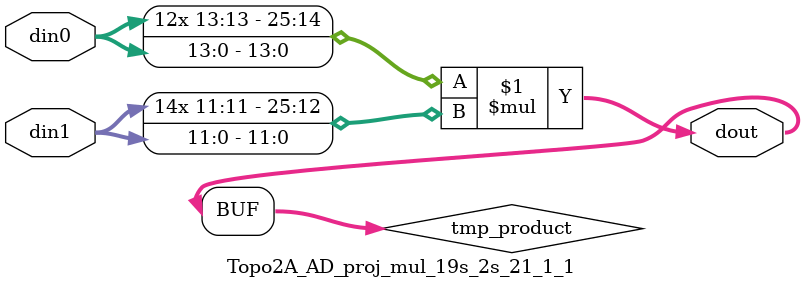
<source format=v>

`timescale 1 ns / 1 ps

 (* use_dsp = "no" *)  module Topo2A_AD_proj_mul_19s_2s_21_1_1(din0, din1, dout);
parameter ID = 1;
parameter NUM_STAGE = 0;
parameter din0_WIDTH = 14;
parameter din1_WIDTH = 12;
parameter dout_WIDTH = 26;

input [din0_WIDTH - 1 : 0] din0; 
input [din1_WIDTH - 1 : 0] din1; 
output [dout_WIDTH - 1 : 0] dout;

wire signed [dout_WIDTH - 1 : 0] tmp_product;



























assign tmp_product = $signed(din0) * $signed(din1);








assign dout = tmp_product;





















endmodule

</source>
